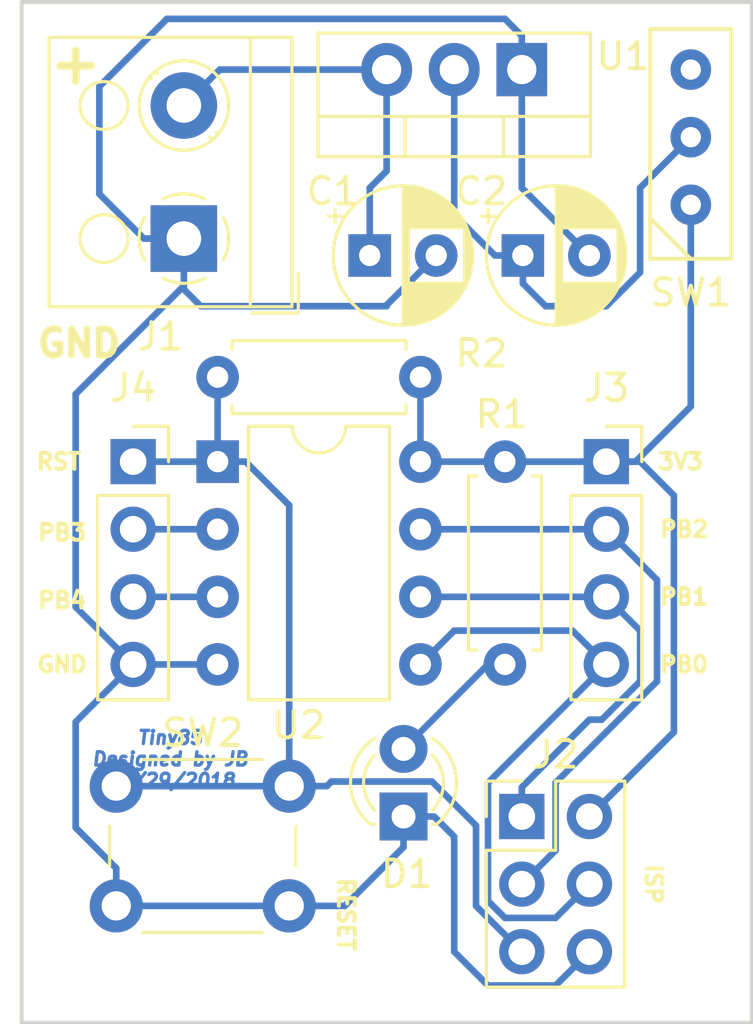
<source format=kicad_pcb>
(kicad_pcb (version 20171130) (host pcbnew "(5.0.1-3-g963ef8bb5)")

  (general
    (thickness 1.6)
    (drawings 17)
    (tracks 99)
    (zones 0)
    (modules 13)
    (nets 13)
  )

  (page A4)
  (layers
    (0 F.Cu signal)
    (31 B.Cu signal)
    (32 B.Adhes user)
    (33 F.Adhes user)
    (34 B.Paste user)
    (35 F.Paste user)
    (36 B.SilkS user)
    (37 F.SilkS user)
    (38 B.Mask user)
    (39 F.Mask user)
    (40 Dwgs.User user)
    (41 Cmts.User user)
    (42 Eco1.User user)
    (43 Eco2.User user)
    (44 Edge.Cuts user)
    (45 Margin user)
    (46 B.CrtYd user)
    (47 F.CrtYd user)
    (48 B.Fab user)
    (49 F.Fab user hide)
  )

  (setup
    (last_trace_width 0.25)
    (trace_clearance 0.2)
    (zone_clearance 0.508)
    (zone_45_only no)
    (trace_min 0.2)
    (segment_width 0.2)
    (edge_width 0.15)
    (via_size 0.8)
    (via_drill 0.4)
    (via_min_size 0.4)
    (via_min_drill 0.3)
    (uvia_size 0.3)
    (uvia_drill 0.1)
    (uvias_allowed no)
    (uvia_min_size 0.2)
    (uvia_min_drill 0.1)
    (pcb_text_width 0.3)
    (pcb_text_size 1.5 1.5)
    (mod_edge_width 0.15)
    (mod_text_size 1 1)
    (mod_text_width 0.15)
    (pad_size 1.524 1.524)
    (pad_drill 0.762)
    (pad_to_mask_clearance 0.051)
    (solder_mask_min_width 0.25)
    (aux_axis_origin 0 0)
    (visible_elements FFFFFF7F)
    (pcbplotparams
      (layerselection 0x01000_fffffffe)
      (usegerberextensions false)
      (usegerberattributes false)
      (usegerberadvancedattributes false)
      (creategerberjobfile false)
      (excludeedgelayer true)
      (linewidth 0.100000)
      (plotframeref false)
      (viasonmask false)
      (mode 1)
      (useauxorigin false)
      (hpglpennumber 1)
      (hpglpenspeed 20)
      (hpglpendiameter 15.000000)
      (psnegative false)
      (psa4output false)
      (plotreference true)
      (plotvalue true)
      (plotinvisibletext false)
      (padsonsilk false)
      (subtractmaskfromsilk false)
      (outputformat 5)
      (mirror true)
      (drillshape 2)
      (scaleselection 1)
      (outputdirectory "Fabrication/"))
  )

  (net 0 "")
  (net 1 +3V3)
  (net 2 "Net-(C2-Pad1)")
  (net 3 "Net-(SW1-Pad3)")
  (net 4 GNDPWR)
  (net 5 "Net-(C1-Pad1)")
  (net 6 /RESET)
  (net 7 /MOSI)
  (net 8 "Net-(J4-Pad2)")
  (net 9 /MISO)
  (net 10 "Net-(J4-Pad3)")
  (net 11 /SCK)
  (net 12 "Net-(D1-Pad2)")

  (net_class Default "This is the default net class."
    (clearance 0.2)
    (trace_width 0.25)
    (via_dia 0.8)
    (via_drill 0.4)
    (uvia_dia 0.3)
    (uvia_drill 0.1)
    (add_net +3V3)
    (add_net /MISO)
    (add_net /MOSI)
    (add_net /RESET)
    (add_net /SCK)
    (add_net GNDPWR)
    (add_net "Net-(C1-Pad1)")
    (add_net "Net-(C2-Pad1)")
    (add_net "Net-(D1-Pad2)")
    (add_net "Net-(J4-Pad2)")
    (add_net "Net-(J4-Pad3)")
    (add_net "Net-(SW1-Pad3)")
  )

  (module LED_THT:LED_D3.0mm (layer F.Cu) (tedit 587A3A7B) (tstamp 5C344205)
    (at 177.419 121.031 90)
    (descr "LED, diameter 3.0mm, 2 pins")
    (tags "LED diameter 3.0mm 2 pins")
    (path /5C26ED0F)
    (fp_text reference D1 (at -2.159 0.127 180) (layer F.SilkS)
      (effects (font (size 1 1) (thickness 0.15)))
    )
    (fp_text value LED (at 1.27 2.96 90) (layer F.Fab)
      (effects (font (size 1 1) (thickness 0.15)))
    )
    (fp_arc (start 1.27 0) (end -0.23 -1.16619) (angle 284.3) (layer F.Fab) (width 0.1))
    (fp_arc (start 1.27 0) (end -0.29 -1.235516) (angle 108.8) (layer F.SilkS) (width 0.12))
    (fp_arc (start 1.27 0) (end -0.29 1.235516) (angle -108.8) (layer F.SilkS) (width 0.12))
    (fp_arc (start 1.27 0) (end 0.229039 -1.08) (angle 87.9) (layer F.SilkS) (width 0.12))
    (fp_arc (start 1.27 0) (end 0.229039 1.08) (angle -87.9) (layer F.SilkS) (width 0.12))
    (fp_circle (center 1.27 0) (end 2.77 0) (layer F.Fab) (width 0.1))
    (fp_line (start -0.23 -1.16619) (end -0.23 1.16619) (layer F.Fab) (width 0.1))
    (fp_line (start -0.29 -1.236) (end -0.29 -1.08) (layer F.SilkS) (width 0.12))
    (fp_line (start -0.29 1.08) (end -0.29 1.236) (layer F.SilkS) (width 0.12))
    (fp_line (start -1.15 -2.25) (end -1.15 2.25) (layer F.CrtYd) (width 0.05))
    (fp_line (start -1.15 2.25) (end 3.7 2.25) (layer F.CrtYd) (width 0.05))
    (fp_line (start 3.7 2.25) (end 3.7 -2.25) (layer F.CrtYd) (width 0.05))
    (fp_line (start 3.7 -2.25) (end -1.15 -2.25) (layer F.CrtYd) (width 0.05))
    (pad 1 thru_hole rect (at 0 0 90) (size 1.8 1.8) (drill 0.9) (layers *.Cu *.Mask)
      (net 4 GNDPWR))
    (pad 2 thru_hole circle (at 2.54 0 90) (size 1.8 1.8) (drill 0.9) (layers *.Cu *.Mask)
      (net 12 "Net-(D1-Pad2)"))
    (model ${KISYS3DMOD}/LED_THT.3dshapes/LED_D3.0mm.wrl
      (at (xyz 0 0 0))
      (scale (xyz 1 1 1))
      (rotate (xyz 0 0 0))
    )
  )

  (module Tiny85Components:SPDT_Mini_8MML_3MMW (layer F.Cu) (tedit 5C2748BD) (tstamp 5C344162)
    (at 188.214 98.044 90)
    (path /5C288953)
    (fp_text reference SW1 (at -3.302 0 180) (layer F.SilkS)
      (effects (font (size 1 1) (thickness 0.15)))
    )
    (fp_text value SW_SPDT (at 0 -0.5 90) (layer F.Fab)
      (effects (font (size 1 1) (thickness 0.15)))
    )
    (fp_line (start -2.159 1.651) (end -2.159 -1.651) (layer F.CrtYd) (width 0.05))
    (fp_line (start 6.731 1.651) (end -2.159 1.651) (layer F.CrtYd) (width 0.05))
    (fp_line (start 6.731 -1.651) (end 6.731 1.651) (layer F.CrtYd) (width 0.05))
    (fp_line (start -2.159 -1.651) (end 6.731 -1.651) (layer F.CrtYd) (width 0.05))
    (fp_line (start -2.032 0) (end -0.508 -1.524) (layer F.SilkS) (width 0.15))
    (fp_line (start 6.604 -1.524) (end -2.032 -1.524) (layer F.SilkS) (width 0.15))
    (fp_line (start 6.604 1.524) (end 6.604 -1.524) (layer F.SilkS) (width 0.15))
    (fp_line (start -2.032 1.524) (end 6.604 1.524) (layer F.SilkS) (width 0.15))
    (fp_line (start -2.032 -1.524) (end -2.032 1.524) (layer F.SilkS) (width 0.15))
    (pad 3 thru_hole circle (at 5.08 0 90) (size 1.524 1.524) (drill 0.762) (layers *.Cu *.Mask)
      (net 3 "Net-(SW1-Pad3)"))
    (pad 2 thru_hole circle (at 2.54 0 90) (size 1.524 1.524) (drill 0.762) (layers *.Cu *.Mask)
      (net 2 "Net-(C2-Pad1)"))
    (pad 1 thru_hole circle (at 0 0 90) (size 1.524 1.524) (drill 0.762) (layers *.Cu *.Mask)
      (net 1 +3V3))
  )

  (module Connector_PinSocket_2.54mm:PinSocket_1x04_P2.54mm_Vertical (layer F.Cu) (tedit 5A19A429) (tstamp 5C34421D)
    (at 185.039 107.696)
    (descr "Through hole straight socket strip, 1x04, 2.54mm pitch, single row (from Kicad 4.0.7), script generated")
    (tags "Through hole socket strip THT 1x04 2.54mm single row")
    (path /5C278BFA)
    (fp_text reference J3 (at 0 -2.77) (layer F.SilkS)
      (effects (font (size 1 1) (thickness 0.15)))
    )
    (fp_text value Conn_01x04_Female (at 0 10.39) (layer F.Fab)
      (effects (font (size 1 1) (thickness 0.15)))
    )
    (fp_line (start -1.27 -1.27) (end 0.635 -1.27) (layer F.Fab) (width 0.1))
    (fp_line (start 0.635 -1.27) (end 1.27 -0.635) (layer F.Fab) (width 0.1))
    (fp_line (start 1.27 -0.635) (end 1.27 8.89) (layer F.Fab) (width 0.1))
    (fp_line (start 1.27 8.89) (end -1.27 8.89) (layer F.Fab) (width 0.1))
    (fp_line (start -1.27 8.89) (end -1.27 -1.27) (layer F.Fab) (width 0.1))
    (fp_line (start -1.33 1.27) (end 1.33 1.27) (layer F.SilkS) (width 0.12))
    (fp_line (start -1.33 1.27) (end -1.33 8.95) (layer F.SilkS) (width 0.12))
    (fp_line (start -1.33 8.95) (end 1.33 8.95) (layer F.SilkS) (width 0.12))
    (fp_line (start 1.33 1.27) (end 1.33 8.95) (layer F.SilkS) (width 0.12))
    (fp_line (start 1.33 -1.33) (end 1.33 0) (layer F.SilkS) (width 0.12))
    (fp_line (start 0 -1.33) (end 1.33 -1.33) (layer F.SilkS) (width 0.12))
    (fp_line (start -1.8 -1.8) (end 1.75 -1.8) (layer F.CrtYd) (width 0.05))
    (fp_line (start 1.75 -1.8) (end 1.75 9.4) (layer F.CrtYd) (width 0.05))
    (fp_line (start 1.75 9.4) (end -1.8 9.4) (layer F.CrtYd) (width 0.05))
    (fp_line (start -1.8 9.4) (end -1.8 -1.8) (layer F.CrtYd) (width 0.05))
    (fp_text user %R (at 0 3.81 90) (layer F.Fab)
      (effects (font (size 1 1) (thickness 0.15)))
    )
    (pad 1 thru_hole rect (at 0 0) (size 1.7 1.7) (drill 1) (layers *.Cu *.Mask)
      (net 1 +3V3))
    (pad 2 thru_hole oval (at 0 2.54) (size 1.7 1.7) (drill 1) (layers *.Cu *.Mask)
      (net 11 /SCK))
    (pad 3 thru_hole oval (at 0 5.08) (size 1.7 1.7) (drill 1) (layers *.Cu *.Mask)
      (net 9 /MISO))
    (pad 4 thru_hole oval (at 0 7.62) (size 1.7 1.7) (drill 1) (layers *.Cu *.Mask)
      (net 7 /MOSI))
    (model ${KISYS3DMOD}/Connector_PinSocket_2.54mm.3dshapes/PinSocket_1x04_P2.54mm_Vertical.wrl
      (at (xyz 0 0 0))
      (scale (xyz 1 1 1))
      (rotate (xyz 0 0 0))
    )
  )

  (module Resistor_THT:R_Axial_DIN0207_L6.3mm_D2.5mm_P7.62mm_Horizontal (layer F.Cu) (tedit 5AE5139B) (tstamp 5C348882)
    (at 170.434 104.521)
    (descr "Resistor, Axial_DIN0207 series, Axial, Horizontal, pin pitch=7.62mm, 0.25W = 1/4W, length*diameter=6.3*2.5mm^2, http://cdn-reichelt.de/documents/datenblatt/B400/1_4W%23YAG.pdf")
    (tags "Resistor Axial_DIN0207 series Axial Horizontal pin pitch 7.62mm 0.25W = 1/4W length 6.3mm diameter 2.5mm")
    (path /5C26FD50)
    (fp_text reference R2 (at 9.906 -0.889) (layer F.SilkS)
      (effects (font (size 1 1) (thickness 0.15)))
    )
    (fp_text value 10k (at 3.81 2.37) (layer F.Fab)
      (effects (font (size 1 1) (thickness 0.15)))
    )
    (fp_text user %R (at 3.81 0) (layer F.Fab)
      (effects (font (size 1 1) (thickness 0.15)))
    )
    (fp_line (start 8.67 -1.5) (end -1.05 -1.5) (layer F.CrtYd) (width 0.05))
    (fp_line (start 8.67 1.5) (end 8.67 -1.5) (layer F.CrtYd) (width 0.05))
    (fp_line (start -1.05 1.5) (end 8.67 1.5) (layer F.CrtYd) (width 0.05))
    (fp_line (start -1.05 -1.5) (end -1.05 1.5) (layer F.CrtYd) (width 0.05))
    (fp_line (start 7.08 1.37) (end 7.08 1.04) (layer F.SilkS) (width 0.12))
    (fp_line (start 0.54 1.37) (end 7.08 1.37) (layer F.SilkS) (width 0.12))
    (fp_line (start 0.54 1.04) (end 0.54 1.37) (layer F.SilkS) (width 0.12))
    (fp_line (start 7.08 -1.37) (end 7.08 -1.04) (layer F.SilkS) (width 0.12))
    (fp_line (start 0.54 -1.37) (end 7.08 -1.37) (layer F.SilkS) (width 0.12))
    (fp_line (start 0.54 -1.04) (end 0.54 -1.37) (layer F.SilkS) (width 0.12))
    (fp_line (start 7.62 0) (end 6.96 0) (layer F.Fab) (width 0.1))
    (fp_line (start 0 0) (end 0.66 0) (layer F.Fab) (width 0.1))
    (fp_line (start 6.96 -1.25) (end 0.66 -1.25) (layer F.Fab) (width 0.1))
    (fp_line (start 6.96 1.25) (end 6.96 -1.25) (layer F.Fab) (width 0.1))
    (fp_line (start 0.66 1.25) (end 6.96 1.25) (layer F.Fab) (width 0.1))
    (fp_line (start 0.66 -1.25) (end 0.66 1.25) (layer F.Fab) (width 0.1))
    (pad 2 thru_hole oval (at 7.62 0) (size 1.6 1.6) (drill 0.8) (layers *.Cu *.Mask)
      (net 1 +3V3))
    (pad 1 thru_hole circle (at 0 0) (size 1.6 1.6) (drill 0.8) (layers *.Cu *.Mask)
      (net 6 /RESET))
    (model ${KISYS3DMOD}/Resistor_THT.3dshapes/R_Axial_DIN0207_L6.3mm_D2.5mm_P7.62mm_Horizontal.wrl
      (at (xyz 0 0 0))
      (scale (xyz 1 1 1))
      (rotate (xyz 0 0 0))
    )
  )

  (module Button_Switch_THT:SW_PUSH_6mm_H5mm (layer F.Cu) (tedit 5A02FE31) (tstamp 5C2D14AE)
    (at 166.624 119.888)
    (descr "tactile push button, 6x6mm e.g. PHAP33xx series, height=5mm")
    (tags "tact sw push 6mm")
    (path /5C2702B4)
    (fp_text reference SW2 (at 3.25 -2) (layer F.SilkS)
      (effects (font (size 1 1) (thickness 0.15)))
    )
    (fp_text value Reset (at 3.75 6.7) (layer F.Fab)
      (effects (font (size 1 1) (thickness 0.15)))
    )
    (fp_text user %R (at 3.25 2.25) (layer F.Fab)
      (effects (font (size 1 1) (thickness 0.15)))
    )
    (fp_line (start 3.25 -0.75) (end 6.25 -0.75) (layer F.Fab) (width 0.1))
    (fp_line (start 6.25 -0.75) (end 6.25 5.25) (layer F.Fab) (width 0.1))
    (fp_line (start 6.25 5.25) (end 0.25 5.25) (layer F.Fab) (width 0.1))
    (fp_line (start 0.25 5.25) (end 0.25 -0.75) (layer F.Fab) (width 0.1))
    (fp_line (start 0.25 -0.75) (end 3.25 -0.75) (layer F.Fab) (width 0.1))
    (fp_line (start 7.75 6) (end 8 6) (layer F.CrtYd) (width 0.05))
    (fp_line (start 8 6) (end 8 5.75) (layer F.CrtYd) (width 0.05))
    (fp_line (start 7.75 -1.5) (end 8 -1.5) (layer F.CrtYd) (width 0.05))
    (fp_line (start 8 -1.5) (end 8 -1.25) (layer F.CrtYd) (width 0.05))
    (fp_line (start -1.5 -1.25) (end -1.5 -1.5) (layer F.CrtYd) (width 0.05))
    (fp_line (start -1.5 -1.5) (end -1.25 -1.5) (layer F.CrtYd) (width 0.05))
    (fp_line (start -1.5 5.75) (end -1.5 6) (layer F.CrtYd) (width 0.05))
    (fp_line (start -1.5 6) (end -1.25 6) (layer F.CrtYd) (width 0.05))
    (fp_line (start -1.25 -1.5) (end 7.75 -1.5) (layer F.CrtYd) (width 0.05))
    (fp_line (start -1.5 5.75) (end -1.5 -1.25) (layer F.CrtYd) (width 0.05))
    (fp_line (start 7.75 6) (end -1.25 6) (layer F.CrtYd) (width 0.05))
    (fp_line (start 8 -1.25) (end 8 5.75) (layer F.CrtYd) (width 0.05))
    (fp_line (start 1 5.5) (end 5.5 5.5) (layer F.SilkS) (width 0.12))
    (fp_line (start -0.25 1.5) (end -0.25 3) (layer F.SilkS) (width 0.12))
    (fp_line (start 5.5 -1) (end 1 -1) (layer F.SilkS) (width 0.12))
    (fp_line (start 6.75 3) (end 6.75 1.5) (layer F.SilkS) (width 0.12))
    (fp_circle (center 3.25 2.25) (end 1.25 2.5) (layer F.Fab) (width 0.1))
    (pad 2 thru_hole circle (at 0 4.5 90) (size 2 2) (drill 1.1) (layers *.Cu *.Mask)
      (net 4 GNDPWR))
    (pad 1 thru_hole circle (at 0 0 90) (size 2 2) (drill 1.1) (layers *.Cu *.Mask)
      (net 6 /RESET))
    (pad 2 thru_hole circle (at 6.5 4.5 90) (size 2 2) (drill 1.1) (layers *.Cu *.Mask)
      (net 4 GNDPWR))
    (pad 1 thru_hole circle (at 6.5 0 90) (size 2 2) (drill 1.1) (layers *.Cu *.Mask)
      (net 6 /RESET))
    (model ${KISYS3DMOD}/Button_Switch_THT.3dshapes/SW_PUSH_6mm_H5mm.wrl
      (at (xyz 0 0 0))
      (scale (xyz 1 1 1))
      (rotate (xyz 0 0 0))
    )
  )

  (module Capacitor_THT:CP_Radial_D5.0mm_P2.50mm (layer F.Cu) (tedit 5C27553F) (tstamp 5C344FBA)
    (at 181.904 99.949)
    (descr "CP, Radial series, Radial, pin pitch=2.50mm, , diameter=5mm, Electrolytic Capacitor")
    (tags "CP Radial series Radial pin pitch 2.50mm  diameter 5mm Electrolytic Capacitor")
    (path /5C26E526)
    (fp_text reference C2 (at -1.564 -2.413 180) (layer F.SilkS)
      (effects (font (size 1 1) (thickness 0.15)))
    )
    (fp_text value 10uF (at 1.25 3.75) (layer F.Fab)
      (effects (font (size 1 1) (thickness 0.15)))
    )
    (fp_text user %R (at 1.25 0) (layer F.Fab)
      (effects (font (size 1 1) (thickness 0.15)))
    )
    (fp_line (start -1.304775 -1.725) (end -1.304775 -1.225) (layer F.SilkS) (width 0.12))
    (fp_line (start -1.554775 -1.475) (end -1.054775 -1.475) (layer F.SilkS) (width 0.12))
    (fp_line (start 3.851 -0.284) (end 3.851 0.284) (layer F.SilkS) (width 0.12))
    (fp_line (start 3.811 -0.518) (end 3.811 0.518) (layer F.SilkS) (width 0.12))
    (fp_line (start 3.771 -0.677) (end 3.771 0.677) (layer F.SilkS) (width 0.12))
    (fp_line (start 3.731 -0.805) (end 3.731 0.805) (layer F.SilkS) (width 0.12))
    (fp_line (start 3.691 -0.915) (end 3.691 0.915) (layer F.SilkS) (width 0.12))
    (fp_line (start 3.651 -1.011) (end 3.651 1.011) (layer F.SilkS) (width 0.12))
    (fp_line (start 3.611 -1.098) (end 3.611 1.098) (layer F.SilkS) (width 0.12))
    (fp_line (start 3.571 -1.178) (end 3.571 1.178) (layer F.SilkS) (width 0.12))
    (fp_line (start 3.531 1.04) (end 3.531 1.251) (layer F.SilkS) (width 0.12))
    (fp_line (start 3.531 -1.251) (end 3.531 -1.04) (layer F.SilkS) (width 0.12))
    (fp_line (start 3.491 1.04) (end 3.491 1.319) (layer F.SilkS) (width 0.12))
    (fp_line (start 3.491 -1.319) (end 3.491 -1.04) (layer F.SilkS) (width 0.12))
    (fp_line (start 3.451 1.04) (end 3.451 1.383) (layer F.SilkS) (width 0.12))
    (fp_line (start 3.451 -1.383) (end 3.451 -1.04) (layer F.SilkS) (width 0.12))
    (fp_line (start 3.411 1.04) (end 3.411 1.443) (layer F.SilkS) (width 0.12))
    (fp_line (start 3.411 -1.443) (end 3.411 -1.04) (layer F.SilkS) (width 0.12))
    (fp_line (start 3.371 1.04) (end 3.371 1.5) (layer F.SilkS) (width 0.12))
    (fp_line (start 3.371 -1.5) (end 3.371 -1.04) (layer F.SilkS) (width 0.12))
    (fp_line (start 3.331 1.04) (end 3.331 1.554) (layer F.SilkS) (width 0.12))
    (fp_line (start 3.331 -1.554) (end 3.331 -1.04) (layer F.SilkS) (width 0.12))
    (fp_line (start 3.291 1.04) (end 3.291 1.605) (layer F.SilkS) (width 0.12))
    (fp_line (start 3.291 -1.605) (end 3.291 -1.04) (layer F.SilkS) (width 0.12))
    (fp_line (start 3.251 1.04) (end 3.251 1.653) (layer F.SilkS) (width 0.12))
    (fp_line (start 3.251 -1.653) (end 3.251 -1.04) (layer F.SilkS) (width 0.12))
    (fp_line (start 3.211 1.04) (end 3.211 1.699) (layer F.SilkS) (width 0.12))
    (fp_line (start 3.211 -1.699) (end 3.211 -1.04) (layer F.SilkS) (width 0.12))
    (fp_line (start 3.171 1.04) (end 3.171 1.743) (layer F.SilkS) (width 0.12))
    (fp_line (start 3.171 -1.743) (end 3.171 -1.04) (layer F.SilkS) (width 0.12))
    (fp_line (start 3.131 1.04) (end 3.131 1.785) (layer F.SilkS) (width 0.12))
    (fp_line (start 3.131 -1.785) (end 3.131 -1.04) (layer F.SilkS) (width 0.12))
    (fp_line (start 3.091 1.04) (end 3.091 1.826) (layer F.SilkS) (width 0.12))
    (fp_line (start 3.091 -1.826) (end 3.091 -1.04) (layer F.SilkS) (width 0.12))
    (fp_line (start 3.051 1.04) (end 3.051 1.864) (layer F.SilkS) (width 0.12))
    (fp_line (start 3.051 -1.864) (end 3.051 -1.04) (layer F.SilkS) (width 0.12))
    (fp_line (start 3.011 1.04) (end 3.011 1.901) (layer F.SilkS) (width 0.12))
    (fp_line (start 3.011 -1.901) (end 3.011 -1.04) (layer F.SilkS) (width 0.12))
    (fp_line (start 2.971 1.04) (end 2.971 1.937) (layer F.SilkS) (width 0.12))
    (fp_line (start 2.971 -1.937) (end 2.971 -1.04) (layer F.SilkS) (width 0.12))
    (fp_line (start 2.931 1.04) (end 2.931 1.971) (layer F.SilkS) (width 0.12))
    (fp_line (start 2.931 -1.971) (end 2.931 -1.04) (layer F.SilkS) (width 0.12))
    (fp_line (start 2.891 1.04) (end 2.891 2.004) (layer F.SilkS) (width 0.12))
    (fp_line (start 2.891 -2.004) (end 2.891 -1.04) (layer F.SilkS) (width 0.12))
    (fp_line (start 2.851 1.04) (end 2.851 2.035) (layer F.SilkS) (width 0.12))
    (fp_line (start 2.851 -2.035) (end 2.851 -1.04) (layer F.SilkS) (width 0.12))
    (fp_line (start 2.811 1.04) (end 2.811 2.065) (layer F.SilkS) (width 0.12))
    (fp_line (start 2.811 -2.065) (end 2.811 -1.04) (layer F.SilkS) (width 0.12))
    (fp_line (start 2.771 1.04) (end 2.771 2.095) (layer F.SilkS) (width 0.12))
    (fp_line (start 2.771 -2.095) (end 2.771 -1.04) (layer F.SilkS) (width 0.12))
    (fp_line (start 2.731 1.04) (end 2.731 2.122) (layer F.SilkS) (width 0.12))
    (fp_line (start 2.731 -2.122) (end 2.731 -1.04) (layer F.SilkS) (width 0.12))
    (fp_line (start 2.691 1.04) (end 2.691 2.149) (layer F.SilkS) (width 0.12))
    (fp_line (start 2.691 -2.149) (end 2.691 -1.04) (layer F.SilkS) (width 0.12))
    (fp_line (start 2.651 1.04) (end 2.651 2.175) (layer F.SilkS) (width 0.12))
    (fp_line (start 2.651 -2.175) (end 2.651 -1.04) (layer F.SilkS) (width 0.12))
    (fp_line (start 2.611 1.04) (end 2.611 2.2) (layer F.SilkS) (width 0.12))
    (fp_line (start 2.611 -2.2) (end 2.611 -1.04) (layer F.SilkS) (width 0.12))
    (fp_line (start 2.571 1.04) (end 2.571 2.224) (layer F.SilkS) (width 0.12))
    (fp_line (start 2.571 -2.224) (end 2.571 -1.04) (layer F.SilkS) (width 0.12))
    (fp_line (start 2.531 1.04) (end 2.531 2.247) (layer F.SilkS) (width 0.12))
    (fp_line (start 2.531 -2.247) (end 2.531 -1.04) (layer F.SilkS) (width 0.12))
    (fp_line (start 2.491 1.04) (end 2.491 2.268) (layer F.SilkS) (width 0.12))
    (fp_line (start 2.491 -2.268) (end 2.491 -1.04) (layer F.SilkS) (width 0.12))
    (fp_line (start 2.451 1.04) (end 2.451 2.29) (layer F.SilkS) (width 0.12))
    (fp_line (start 2.451 -2.29) (end 2.451 -1.04) (layer F.SilkS) (width 0.12))
    (fp_line (start 2.411 1.04) (end 2.411 2.31) (layer F.SilkS) (width 0.12))
    (fp_line (start 2.411 -2.31) (end 2.411 -1.04) (layer F.SilkS) (width 0.12))
    (fp_line (start 2.371 1.04) (end 2.371 2.329) (layer F.SilkS) (width 0.12))
    (fp_line (start 2.371 -2.329) (end 2.371 -1.04) (layer F.SilkS) (width 0.12))
    (fp_line (start 2.331 1.04) (end 2.331 2.348) (layer F.SilkS) (width 0.12))
    (fp_line (start 2.331 -2.348) (end 2.331 -1.04) (layer F.SilkS) (width 0.12))
    (fp_line (start 2.291 1.04) (end 2.291 2.365) (layer F.SilkS) (width 0.12))
    (fp_line (start 2.291 -2.365) (end 2.291 -1.04) (layer F.SilkS) (width 0.12))
    (fp_line (start 2.251 1.04) (end 2.251 2.382) (layer F.SilkS) (width 0.12))
    (fp_line (start 2.251 -2.382) (end 2.251 -1.04) (layer F.SilkS) (width 0.12))
    (fp_line (start 2.211 1.04) (end 2.211 2.398) (layer F.SilkS) (width 0.12))
    (fp_line (start 2.211 -2.398) (end 2.211 -1.04) (layer F.SilkS) (width 0.12))
    (fp_line (start 2.171 1.04) (end 2.171 2.414) (layer F.SilkS) (width 0.12))
    (fp_line (start 2.171 -2.414) (end 2.171 -1.04) (layer F.SilkS) (width 0.12))
    (fp_line (start 2.131 1.04) (end 2.131 2.428) (layer F.SilkS) (width 0.12))
    (fp_line (start 2.131 -2.428) (end 2.131 -1.04) (layer F.SilkS) (width 0.12))
    (fp_line (start 2.091 1.04) (end 2.091 2.442) (layer F.SilkS) (width 0.12))
    (fp_line (start 2.091 -2.442) (end 2.091 -1.04) (layer F.SilkS) (width 0.12))
    (fp_line (start 2.051 1.04) (end 2.051 2.455) (layer F.SilkS) (width 0.12))
    (fp_line (start 2.051 -2.455) (end 2.051 -1.04) (layer F.SilkS) (width 0.12))
    (fp_line (start 2.011 1.04) (end 2.011 2.468) (layer F.SilkS) (width 0.12))
    (fp_line (start 2.011 -2.468) (end 2.011 -1.04) (layer F.SilkS) (width 0.12))
    (fp_line (start 1.971 1.04) (end 1.971 2.48) (layer F.SilkS) (width 0.12))
    (fp_line (start 1.971 -2.48) (end 1.971 -1.04) (layer F.SilkS) (width 0.12))
    (fp_line (start 1.93 1.04) (end 1.93 2.491) (layer F.SilkS) (width 0.12))
    (fp_line (start 1.93 -2.491) (end 1.93 -1.04) (layer F.SilkS) (width 0.12))
    (fp_line (start 1.89 1.04) (end 1.89 2.501) (layer F.SilkS) (width 0.12))
    (fp_line (start 1.89 -2.501) (end 1.89 -1.04) (layer F.SilkS) (width 0.12))
    (fp_line (start 1.85 1.04) (end 1.85 2.511) (layer F.SilkS) (width 0.12))
    (fp_line (start 1.85 -2.511) (end 1.85 -1.04) (layer F.SilkS) (width 0.12))
    (fp_line (start 1.81 1.04) (end 1.81 2.52) (layer F.SilkS) (width 0.12))
    (fp_line (start 1.81 -2.52) (end 1.81 -1.04) (layer F.SilkS) (width 0.12))
    (fp_line (start 1.77 1.04) (end 1.77 2.528) (layer F.SilkS) (width 0.12))
    (fp_line (start 1.77 -2.528) (end 1.77 -1.04) (layer F.SilkS) (width 0.12))
    (fp_line (start 1.73 1.04) (end 1.73 2.536) (layer F.SilkS) (width 0.12))
    (fp_line (start 1.73 -2.536) (end 1.73 -1.04) (layer F.SilkS) (width 0.12))
    (fp_line (start 1.69 1.04) (end 1.69 2.543) (layer F.SilkS) (width 0.12))
    (fp_line (start 1.69 -2.543) (end 1.69 -1.04) (layer F.SilkS) (width 0.12))
    (fp_line (start 1.65 1.04) (end 1.65 2.55) (layer F.SilkS) (width 0.12))
    (fp_line (start 1.65 -2.55) (end 1.65 -1.04) (layer F.SilkS) (width 0.12))
    (fp_line (start 1.61 1.04) (end 1.61 2.556) (layer F.SilkS) (width 0.12))
    (fp_line (start 1.61 -2.556) (end 1.61 -1.04) (layer F.SilkS) (width 0.12))
    (fp_line (start 1.57 1.04) (end 1.57 2.561) (layer F.SilkS) (width 0.12))
    (fp_line (start 1.57 -2.561) (end 1.57 -1.04) (layer F.SilkS) (width 0.12))
    (fp_line (start 1.53 1.04) (end 1.53 2.565) (layer F.SilkS) (width 0.12))
    (fp_line (start 1.53 -2.565) (end 1.53 -1.04) (layer F.SilkS) (width 0.12))
    (fp_line (start 1.49 1.04) (end 1.49 2.569) (layer F.SilkS) (width 0.12))
    (fp_line (start 1.49 -2.569) (end 1.49 -1.04) (layer F.SilkS) (width 0.12))
    (fp_line (start 1.45 -2.573) (end 1.45 2.573) (layer F.SilkS) (width 0.12))
    (fp_line (start 1.41 -2.576) (end 1.41 2.576) (layer F.SilkS) (width 0.12))
    (fp_line (start 1.37 -2.578) (end 1.37 2.578) (layer F.SilkS) (width 0.12))
    (fp_line (start 1.33 -2.579) (end 1.33 2.579) (layer F.SilkS) (width 0.12))
    (fp_line (start 1.29 -2.58) (end 1.29 2.58) (layer F.SilkS) (width 0.12))
    (fp_line (start 1.25 -2.58) (end 1.25 2.58) (layer F.SilkS) (width 0.12))
    (fp_line (start -0.633605 -1.3375) (end -0.633605 -0.8375) (layer F.Fab) (width 0.1))
    (fp_line (start -0.883605 -1.0875) (end -0.383605 -1.0875) (layer F.Fab) (width 0.1))
    (fp_circle (center 1.25 0) (end 4 0) (layer F.CrtYd) (width 0.05))
    (fp_circle (center 1.25 0) (end 3.87 0) (layer F.SilkS) (width 0.12))
    (fp_circle (center 1.25 0) (end 3.75 0) (layer F.Fab) (width 0.1))
    (pad 2 thru_hole circle (at 2.5 0) (size 1.6 1.6) (drill 0.8) (layers *.Cu *.Mask)
      (net 4 GNDPWR))
    (pad 1 thru_hole rect (at 0 0) (size 1.6 1.6) (drill 0.8) (layers *.Cu *.Mask)
      (net 2 "Net-(C2-Pad1)"))
    (model ${KISYS3DMOD}/Capacitor_THT.3dshapes/CP_Radial_D5.0mm_P2.50mm.wrl
      (at (xyz 0 0 0))
      (scale (xyz 1 1 1))
      (rotate (xyz 0 0 0))
    )
  )

  (module Capacitor_THT:CP_Radial_D5.0mm_P2.50mm (layer F.Cu) (tedit 5C2746A9) (tstamp 5C3442D5)
    (at 176.149 99.949)
    (descr "CP, Radial series, Radial, pin pitch=2.50mm, , diameter=5mm, Electrolytic Capacitor")
    (tags "CP Radial series Radial pin pitch 2.50mm  diameter 5mm Electrolytic Capacitor")
    (path /5C26E4E2)
    (fp_text reference C1 (at -1.397 -2.413 180) (layer F.SilkS)
      (effects (font (size 1 1) (thickness 0.15)))
    )
    (fp_text value 10uF (at 1.25 3.75) (layer F.Fab)
      (effects (font (size 1 1) (thickness 0.15)))
    )
    (fp_circle (center 1.25 0) (end 3.75 0) (layer F.Fab) (width 0.1))
    (fp_circle (center 1.25 0) (end 3.87 0) (layer F.SilkS) (width 0.12))
    (fp_circle (center 1.25 0) (end 4 0) (layer F.CrtYd) (width 0.05))
    (fp_line (start -0.883605 -1.0875) (end -0.383605 -1.0875) (layer F.Fab) (width 0.1))
    (fp_line (start -0.633605 -1.3375) (end -0.633605 -0.8375) (layer F.Fab) (width 0.1))
    (fp_line (start 1.25 -2.58) (end 1.25 2.58) (layer F.SilkS) (width 0.12))
    (fp_line (start 1.29 -2.58) (end 1.29 2.58) (layer F.SilkS) (width 0.12))
    (fp_line (start 1.33 -2.579) (end 1.33 2.579) (layer F.SilkS) (width 0.12))
    (fp_line (start 1.37 -2.578) (end 1.37 2.578) (layer F.SilkS) (width 0.12))
    (fp_line (start 1.41 -2.576) (end 1.41 2.576) (layer F.SilkS) (width 0.12))
    (fp_line (start 1.45 -2.573) (end 1.45 2.573) (layer F.SilkS) (width 0.12))
    (fp_line (start 1.49 -2.569) (end 1.49 -1.04) (layer F.SilkS) (width 0.12))
    (fp_line (start 1.49 1.04) (end 1.49 2.569) (layer F.SilkS) (width 0.12))
    (fp_line (start 1.53 -2.565) (end 1.53 -1.04) (layer F.SilkS) (width 0.12))
    (fp_line (start 1.53 1.04) (end 1.53 2.565) (layer F.SilkS) (width 0.12))
    (fp_line (start 1.57 -2.561) (end 1.57 -1.04) (layer F.SilkS) (width 0.12))
    (fp_line (start 1.57 1.04) (end 1.57 2.561) (layer F.SilkS) (width 0.12))
    (fp_line (start 1.61 -2.556) (end 1.61 -1.04) (layer F.SilkS) (width 0.12))
    (fp_line (start 1.61 1.04) (end 1.61 2.556) (layer F.SilkS) (width 0.12))
    (fp_line (start 1.65 -2.55) (end 1.65 -1.04) (layer F.SilkS) (width 0.12))
    (fp_line (start 1.65 1.04) (end 1.65 2.55) (layer F.SilkS) (width 0.12))
    (fp_line (start 1.69 -2.543) (end 1.69 -1.04) (layer F.SilkS) (width 0.12))
    (fp_line (start 1.69 1.04) (end 1.69 2.543) (layer F.SilkS) (width 0.12))
    (fp_line (start 1.73 -2.536) (end 1.73 -1.04) (layer F.SilkS) (width 0.12))
    (fp_line (start 1.73 1.04) (end 1.73 2.536) (layer F.SilkS) (width 0.12))
    (fp_line (start 1.77 -2.528) (end 1.77 -1.04) (layer F.SilkS) (width 0.12))
    (fp_line (start 1.77 1.04) (end 1.77 2.528) (layer F.SilkS) (width 0.12))
    (fp_line (start 1.81 -2.52) (end 1.81 -1.04) (layer F.SilkS) (width 0.12))
    (fp_line (start 1.81 1.04) (end 1.81 2.52) (layer F.SilkS) (width 0.12))
    (fp_line (start 1.85 -2.511) (end 1.85 -1.04) (layer F.SilkS) (width 0.12))
    (fp_line (start 1.85 1.04) (end 1.85 2.511) (layer F.SilkS) (width 0.12))
    (fp_line (start 1.89 -2.501) (end 1.89 -1.04) (layer F.SilkS) (width 0.12))
    (fp_line (start 1.89 1.04) (end 1.89 2.501) (layer F.SilkS) (width 0.12))
    (fp_line (start 1.93 -2.491) (end 1.93 -1.04) (layer F.SilkS) (width 0.12))
    (fp_line (start 1.93 1.04) (end 1.93 2.491) (layer F.SilkS) (width 0.12))
    (fp_line (start 1.971 -2.48) (end 1.971 -1.04) (layer F.SilkS) (width 0.12))
    (fp_line (start 1.971 1.04) (end 1.971 2.48) (layer F.SilkS) (width 0.12))
    (fp_line (start 2.011 -2.468) (end 2.011 -1.04) (layer F.SilkS) (width 0.12))
    (fp_line (start 2.011 1.04) (end 2.011 2.468) (layer F.SilkS) (width 0.12))
    (fp_line (start 2.051 -2.455) (end 2.051 -1.04) (layer F.SilkS) (width 0.12))
    (fp_line (start 2.051 1.04) (end 2.051 2.455) (layer F.SilkS) (width 0.12))
    (fp_line (start 2.091 -2.442) (end 2.091 -1.04) (layer F.SilkS) (width 0.12))
    (fp_line (start 2.091 1.04) (end 2.091 2.442) (layer F.SilkS) (width 0.12))
    (fp_line (start 2.131 -2.428) (end 2.131 -1.04) (layer F.SilkS) (width 0.12))
    (fp_line (start 2.131 1.04) (end 2.131 2.428) (layer F.SilkS) (width 0.12))
    (fp_line (start 2.171 -2.414) (end 2.171 -1.04) (layer F.SilkS) (width 0.12))
    (fp_line (start 2.171 1.04) (end 2.171 2.414) (layer F.SilkS) (width 0.12))
    (fp_line (start 2.211 -2.398) (end 2.211 -1.04) (layer F.SilkS) (width 0.12))
    (fp_line (start 2.211 1.04) (end 2.211 2.398) (layer F.SilkS) (width 0.12))
    (fp_line (start 2.251 -2.382) (end 2.251 -1.04) (layer F.SilkS) (width 0.12))
    (fp_line (start 2.251 1.04) (end 2.251 2.382) (layer F.SilkS) (width 0.12))
    (fp_line (start 2.291 -2.365) (end 2.291 -1.04) (layer F.SilkS) (width 0.12))
    (fp_line (start 2.291 1.04) (end 2.291 2.365) (layer F.SilkS) (width 0.12))
    (fp_line (start 2.331 -2.348) (end 2.331 -1.04) (layer F.SilkS) (width 0.12))
    (fp_line (start 2.331 1.04) (end 2.331 2.348) (layer F.SilkS) (width 0.12))
    (fp_line (start 2.371 -2.329) (end 2.371 -1.04) (layer F.SilkS) (width 0.12))
    (fp_line (start 2.371 1.04) (end 2.371 2.329) (layer F.SilkS) (width 0.12))
    (fp_line (start 2.411 -2.31) (end 2.411 -1.04) (layer F.SilkS) (width 0.12))
    (fp_line (start 2.411 1.04) (end 2.411 2.31) (layer F.SilkS) (width 0.12))
    (fp_line (start 2.451 -2.29) (end 2.451 -1.04) (layer F.SilkS) (width 0.12))
    (fp_line (start 2.451 1.04) (end 2.451 2.29) (layer F.SilkS) (width 0.12))
    (fp_line (start 2.491 -2.268) (end 2.491 -1.04) (layer F.SilkS) (width 0.12))
    (fp_line (start 2.491 1.04) (end 2.491 2.268) (layer F.SilkS) (width 0.12))
    (fp_line (start 2.531 -2.247) (end 2.531 -1.04) (layer F.SilkS) (width 0.12))
    (fp_line (start 2.531 1.04) (end 2.531 2.247) (layer F.SilkS) (width 0.12))
    (fp_line (start 2.571 -2.224) (end 2.571 -1.04) (layer F.SilkS) (width 0.12))
    (fp_line (start 2.571 1.04) (end 2.571 2.224) (layer F.SilkS) (width 0.12))
    (fp_line (start 2.611 -2.2) (end 2.611 -1.04) (layer F.SilkS) (width 0.12))
    (fp_line (start 2.611 1.04) (end 2.611 2.2) (layer F.SilkS) (width 0.12))
    (fp_line (start 2.651 -2.175) (end 2.651 -1.04) (layer F.SilkS) (width 0.12))
    (fp_line (start 2.651 1.04) (end 2.651 2.175) (layer F.SilkS) (width 0.12))
    (fp_line (start 2.691 -2.149) (end 2.691 -1.04) (layer F.SilkS) (width 0.12))
    (fp_line (start 2.691 1.04) (end 2.691 2.149) (layer F.SilkS) (width 0.12))
    (fp_line (start 2.731 -2.122) (end 2.731 -1.04) (layer F.SilkS) (width 0.12))
    (fp_line (start 2.731 1.04) (end 2.731 2.122) (layer F.SilkS) (width 0.12))
    (fp_line (start 2.771 -2.095) (end 2.771 -1.04) (layer F.SilkS) (width 0.12))
    (fp_line (start 2.771 1.04) (end 2.771 2.095) (layer F.SilkS) (width 0.12))
    (fp_line (start 2.811 -2.065) (end 2.811 -1.04) (layer F.SilkS) (width 0.12))
    (fp_line (start 2.811 1.04) (end 2.811 2.065) (layer F.SilkS) (width 0.12))
    (fp_line (start 2.851 -2.035) (end 2.851 -1.04) (layer F.SilkS) (width 0.12))
    (fp_line (start 2.851 1.04) (end 2.851 2.035) (layer F.SilkS) (width 0.12))
    (fp_line (start 2.891 -2.004) (end 2.891 -1.04) (layer F.SilkS) (width 0.12))
    (fp_line (start 2.891 1.04) (end 2.891 2.004) (layer F.SilkS) (width 0.12))
    (fp_line (start 2.931 -1.971) (end 2.931 -1.04) (layer F.SilkS) (width 0.12))
    (fp_line (start 2.931 1.04) (end 2.931 1.971) (layer F.SilkS) (width 0.12))
    (fp_line (start 2.971 -1.937) (end 2.971 -1.04) (layer F.SilkS) (width 0.12))
    (fp_line (start 2.971 1.04) (end 2.971 1.937) (layer F.SilkS) (width 0.12))
    (fp_line (start 3.011 -1.901) (end 3.011 -1.04) (layer F.SilkS) (width 0.12))
    (fp_line (start 3.011 1.04) (end 3.011 1.901) (layer F.SilkS) (width 0.12))
    (fp_line (start 3.051 -1.864) (end 3.051 -1.04) (layer F.SilkS) (width 0.12))
    (fp_line (start 3.051 1.04) (end 3.051 1.864) (layer F.SilkS) (width 0.12))
    (fp_line (start 3.091 -1.826) (end 3.091 -1.04) (layer F.SilkS) (width 0.12))
    (fp_line (start 3.091 1.04) (end 3.091 1.826) (layer F.SilkS) (width 0.12))
    (fp_line (start 3.131 -1.785) (end 3.131 -1.04) (layer F.SilkS) (width 0.12))
    (fp_line (start 3.131 1.04) (end 3.131 1.785) (layer F.SilkS) (width 0.12))
    (fp_line (start 3.171 -1.743) (end 3.171 -1.04) (layer F.SilkS) (width 0.12))
    (fp_line (start 3.171 1.04) (end 3.171 1.743) (layer F.SilkS) (width 0.12))
    (fp_line (start 3.211 -1.699) (end 3.211 -1.04) (layer F.SilkS) (width 0.12))
    (fp_line (start 3.211 1.04) (end 3.211 1.699) (layer F.SilkS) (width 0.12))
    (fp_line (start 3.251 -1.653) (end 3.251 -1.04) (layer F.SilkS) (width 0.12))
    (fp_line (start 3.251 1.04) (end 3.251 1.653) (layer F.SilkS) (width 0.12))
    (fp_line (start 3.291 -1.605) (end 3.291 -1.04) (layer F.SilkS) (width 0.12))
    (fp_line (start 3.291 1.04) (end 3.291 1.605) (layer F.SilkS) (width 0.12))
    (fp_line (start 3.331 -1.554) (end 3.331 -1.04) (layer F.SilkS) (width 0.12))
    (fp_line (start 3.331 1.04) (end 3.331 1.554) (layer F.SilkS) (width 0.12))
    (fp_line (start 3.371 -1.5) (end 3.371 -1.04) (layer F.SilkS) (width 0.12))
    (fp_line (start 3.371 1.04) (end 3.371 1.5) (layer F.SilkS) (width 0.12))
    (fp_line (start 3.411 -1.443) (end 3.411 -1.04) (layer F.SilkS) (width 0.12))
    (fp_line (start 3.411 1.04) (end 3.411 1.443) (layer F.SilkS) (width 0.12))
    (fp_line (start 3.451 -1.383) (end 3.451 -1.04) (layer F.SilkS) (width 0.12))
    (fp_line (start 3.451 1.04) (end 3.451 1.383) (layer F.SilkS) (width 0.12))
    (fp_line (start 3.491 -1.319) (end 3.491 -1.04) (layer F.SilkS) (width 0.12))
    (fp_line (start 3.491 1.04) (end 3.491 1.319) (layer F.SilkS) (width 0.12))
    (fp_line (start 3.531 -1.251) (end 3.531 -1.04) (layer F.SilkS) (width 0.12))
    (fp_line (start 3.531 1.04) (end 3.531 1.251) (layer F.SilkS) (width 0.12))
    (fp_line (start 3.571 -1.178) (end 3.571 1.178) (layer F.SilkS) (width 0.12))
    (fp_line (start 3.611 -1.098) (end 3.611 1.098) (layer F.SilkS) (width 0.12))
    (fp_line (start 3.651 -1.011) (end 3.651 1.011) (layer F.SilkS) (width 0.12))
    (fp_line (start 3.691 -0.915) (end 3.691 0.915) (layer F.SilkS) (width 0.12))
    (fp_line (start 3.731 -0.805) (end 3.731 0.805) (layer F.SilkS) (width 0.12))
    (fp_line (start 3.771 -0.677) (end 3.771 0.677) (layer F.SilkS) (width 0.12))
    (fp_line (start 3.811 -0.518) (end 3.811 0.518) (layer F.SilkS) (width 0.12))
    (fp_line (start 3.851 -0.284) (end 3.851 0.284) (layer F.SilkS) (width 0.12))
    (fp_line (start -1.554775 -1.475) (end -1.054775 -1.475) (layer F.SilkS) (width 0.12))
    (fp_line (start -1.304775 -1.725) (end -1.304775 -1.225) (layer F.SilkS) (width 0.12))
    (fp_text user %R (at 1.25 0) (layer F.Fab)
      (effects (font (size 1 1) (thickness 0.15)))
    )
    (pad 1 thru_hole rect (at 0 0) (size 1.6 1.6) (drill 0.8) (layers *.Cu *.Mask)
      (net 5 "Net-(C1-Pad1)"))
    (pad 2 thru_hole circle (at 2.5 0) (size 1.6 1.6) (drill 0.8) (layers *.Cu *.Mask)
      (net 4 GNDPWR))
    (model ${KISYS3DMOD}/Capacitor_THT.3dshapes/CP_Radial_D5.0mm_P2.50mm.wrl
      (at (xyz 0 0 0))
      (scale (xyz 1 1 1))
      (rotate (xyz 0 0 0))
    )
  )

  (module Connector_PinHeader_2.54mm:PinHeader_2x03_P2.54mm_Vertical (layer F.Cu) (tedit 59FED5CC) (tstamp 5C34552F)
    (at 181.864 121.031)
    (descr "Through hole straight pin header, 2x03, 2.54mm pitch, double rows")
    (tags "Through hole pin header THT 2x03 2.54mm double row")
    (path /5C270F81)
    (fp_text reference J2 (at 1.27 -2.33) (layer F.SilkS)
      (effects (font (size 1 1) (thickness 0.15)))
    )
    (fp_text value AVR-ISP-6 (at 1.27 7.41) (layer F.Fab)
      (effects (font (size 1 1) (thickness 0.15)))
    )
    (fp_line (start 0 -1.27) (end 3.81 -1.27) (layer F.Fab) (width 0.1))
    (fp_line (start 3.81 -1.27) (end 3.81 6.35) (layer F.Fab) (width 0.1))
    (fp_line (start 3.81 6.35) (end -1.27 6.35) (layer F.Fab) (width 0.1))
    (fp_line (start -1.27 6.35) (end -1.27 0) (layer F.Fab) (width 0.1))
    (fp_line (start -1.27 0) (end 0 -1.27) (layer F.Fab) (width 0.1))
    (fp_line (start -1.33 6.41) (end 3.87 6.41) (layer F.SilkS) (width 0.12))
    (fp_line (start -1.33 1.27) (end -1.33 6.41) (layer F.SilkS) (width 0.12))
    (fp_line (start 3.87 -1.33) (end 3.87 6.41) (layer F.SilkS) (width 0.12))
    (fp_line (start -1.33 1.27) (end 1.27 1.27) (layer F.SilkS) (width 0.12))
    (fp_line (start 1.27 1.27) (end 1.27 -1.33) (layer F.SilkS) (width 0.12))
    (fp_line (start 1.27 -1.33) (end 3.87 -1.33) (layer F.SilkS) (width 0.12))
    (fp_line (start -1.33 0) (end -1.33 -1.33) (layer F.SilkS) (width 0.12))
    (fp_line (start -1.33 -1.33) (end 0 -1.33) (layer F.SilkS) (width 0.12))
    (fp_line (start -1.8 -1.8) (end -1.8 6.85) (layer F.CrtYd) (width 0.05))
    (fp_line (start -1.8 6.85) (end 4.35 6.85) (layer F.CrtYd) (width 0.05))
    (fp_line (start 4.35 6.85) (end 4.35 -1.8) (layer F.CrtYd) (width 0.05))
    (fp_line (start 4.35 -1.8) (end -1.8 -1.8) (layer F.CrtYd) (width 0.05))
    (fp_text user %R (at 1.27 2.54 90) (layer F.Fab)
      (effects (font (size 1 1) (thickness 0.15)))
    )
    (pad 1 thru_hole rect (at 0 0) (size 1.7 1.7) (drill 1) (layers *.Cu *.Mask)
      (net 9 /MISO))
    (pad 2 thru_hole oval (at 2.54 0) (size 1.7 1.7) (drill 1) (layers *.Cu *.Mask)
      (net 1 +3V3))
    (pad 3 thru_hole oval (at 0 2.54) (size 1.7 1.7) (drill 1) (layers *.Cu *.Mask)
      (net 11 /SCK))
    (pad 4 thru_hole oval (at 2.54 2.54) (size 1.7 1.7) (drill 1) (layers *.Cu *.Mask)
      (net 7 /MOSI))
    (pad 5 thru_hole oval (at 0 5.08) (size 1.7 1.7) (drill 1) (layers *.Cu *.Mask)
      (net 6 /RESET))
    (pad 6 thru_hole oval (at 2.54 5.08) (size 1.7 1.7) (drill 1) (layers *.Cu *.Mask)
      (net 4 GNDPWR))
    (model ${KISYS3DMOD}/Connector_PinHeader_2.54mm.3dshapes/PinHeader_2x03_P2.54mm_Vertical.wrl
      (at (xyz 0 0 0))
      (scale (xyz 1 1 1))
      (rotate (xyz 0 0 0))
    )
  )

  (module Connector_PinSocket_2.54mm:PinSocket_1x04_P2.54mm_Vertical (layer F.Cu) (tedit 5A19A429) (tstamp 5C344235)
    (at 167.259 107.696)
    (descr "Through hole straight socket strip, 1x04, 2.54mm pitch, single row (from Kicad 4.0.7), script generated")
    (tags "Through hole socket strip THT 1x04 2.54mm single row")
    (path /5C271726)
    (fp_text reference J4 (at 0 -2.77) (layer F.SilkS)
      (effects (font (size 1 1) (thickness 0.15)))
    )
    (fp_text value Conn_01x04_Female (at 0 10.39) (layer F.Fab)
      (effects (font (size 1 1) (thickness 0.15)))
    )
    (fp_text user %R (at 0 3.81 90) (layer F.Fab)
      (effects (font (size 1 1) (thickness 0.15)))
    )
    (fp_line (start -1.8 9.4) (end -1.8 -1.8) (layer F.CrtYd) (width 0.05))
    (fp_line (start 1.75 9.4) (end -1.8 9.4) (layer F.CrtYd) (width 0.05))
    (fp_line (start 1.75 -1.8) (end 1.75 9.4) (layer F.CrtYd) (width 0.05))
    (fp_line (start -1.8 -1.8) (end 1.75 -1.8) (layer F.CrtYd) (width 0.05))
    (fp_line (start 0 -1.33) (end 1.33 -1.33) (layer F.SilkS) (width 0.12))
    (fp_line (start 1.33 -1.33) (end 1.33 0) (layer F.SilkS) (width 0.12))
    (fp_line (start 1.33 1.27) (end 1.33 8.95) (layer F.SilkS) (width 0.12))
    (fp_line (start -1.33 8.95) (end 1.33 8.95) (layer F.SilkS) (width 0.12))
    (fp_line (start -1.33 1.27) (end -1.33 8.95) (layer F.SilkS) (width 0.12))
    (fp_line (start -1.33 1.27) (end 1.33 1.27) (layer F.SilkS) (width 0.12))
    (fp_line (start -1.27 8.89) (end -1.27 -1.27) (layer F.Fab) (width 0.1))
    (fp_line (start 1.27 8.89) (end -1.27 8.89) (layer F.Fab) (width 0.1))
    (fp_line (start 1.27 -0.635) (end 1.27 8.89) (layer F.Fab) (width 0.1))
    (fp_line (start 0.635 -1.27) (end 1.27 -0.635) (layer F.Fab) (width 0.1))
    (fp_line (start -1.27 -1.27) (end 0.635 -1.27) (layer F.Fab) (width 0.1))
    (pad 4 thru_hole oval (at 0 7.62) (size 1.7 1.7) (drill 1) (layers *.Cu *.Mask)
      (net 4 GNDPWR))
    (pad 3 thru_hole oval (at 0 5.08) (size 1.7 1.7) (drill 1) (layers *.Cu *.Mask)
      (net 10 "Net-(J4-Pad3)"))
    (pad 2 thru_hole oval (at 0 2.54) (size 1.7 1.7) (drill 1) (layers *.Cu *.Mask)
      (net 8 "Net-(J4-Pad2)"))
    (pad 1 thru_hole rect (at 0 0) (size 1.7 1.7) (drill 1) (layers *.Cu *.Mask)
      (net 6 /RESET))
    (model ${KISYS3DMOD}/Connector_PinSocket_2.54mm.3dshapes/PinSocket_1x04_P2.54mm_Vertical.wrl
      (at (xyz 0 0 0))
      (scale (xyz 1 1 1))
      (rotate (xyz 0 0 0))
    )
  )

  (module Package_DIP:DIP-8_W7.62mm (layer F.Cu) (tedit 5A02E8C5) (tstamp 5C3488CF)
    (at 170.434 107.696)
    (descr "8-lead though-hole mounted DIP package, row spacing 7.62 mm (300 mils)")
    (tags "THT DIP DIL PDIP 2.54mm 7.62mm 300mil")
    (path /5C26F3C0)
    (fp_text reference U2 (at 3.048 9.906) (layer F.SilkS)
      (effects (font (size 1 1) (thickness 0.15)))
    )
    (fp_text value ATtiny85-20PU (at 3.81 9.95) (layer F.Fab)
      (effects (font (size 1 1) (thickness 0.15)))
    )
    (fp_arc (start 3.81 -1.33) (end 2.81 -1.33) (angle -180) (layer F.SilkS) (width 0.12))
    (fp_line (start 1.635 -1.27) (end 6.985 -1.27) (layer F.Fab) (width 0.1))
    (fp_line (start 6.985 -1.27) (end 6.985 8.89) (layer F.Fab) (width 0.1))
    (fp_line (start 6.985 8.89) (end 0.635 8.89) (layer F.Fab) (width 0.1))
    (fp_line (start 0.635 8.89) (end 0.635 -0.27) (layer F.Fab) (width 0.1))
    (fp_line (start 0.635 -0.27) (end 1.635 -1.27) (layer F.Fab) (width 0.1))
    (fp_line (start 2.81 -1.33) (end 1.16 -1.33) (layer F.SilkS) (width 0.12))
    (fp_line (start 1.16 -1.33) (end 1.16 8.95) (layer F.SilkS) (width 0.12))
    (fp_line (start 1.16 8.95) (end 6.46 8.95) (layer F.SilkS) (width 0.12))
    (fp_line (start 6.46 8.95) (end 6.46 -1.33) (layer F.SilkS) (width 0.12))
    (fp_line (start 6.46 -1.33) (end 4.81 -1.33) (layer F.SilkS) (width 0.12))
    (fp_line (start -1.1 -1.55) (end -1.1 9.15) (layer F.CrtYd) (width 0.05))
    (fp_line (start -1.1 9.15) (end 8.7 9.15) (layer F.CrtYd) (width 0.05))
    (fp_line (start 8.7 9.15) (end 8.7 -1.55) (layer F.CrtYd) (width 0.05))
    (fp_line (start 8.7 -1.55) (end -1.1 -1.55) (layer F.CrtYd) (width 0.05))
    (fp_text user %R (at 3.81 3.81) (layer F.Fab)
      (effects (font (size 1 1) (thickness 0.15)))
    )
    (pad 1 thru_hole rect (at 0 0) (size 1.6 1.6) (drill 0.8) (layers *.Cu *.Mask)
      (net 6 /RESET))
    (pad 5 thru_hole oval (at 7.62 7.62) (size 1.6 1.6) (drill 0.8) (layers *.Cu *.Mask)
      (net 7 /MOSI))
    (pad 2 thru_hole oval (at 0 2.54) (size 1.6 1.6) (drill 0.8) (layers *.Cu *.Mask)
      (net 8 "Net-(J4-Pad2)"))
    (pad 6 thru_hole oval (at 7.62 5.08) (size 1.6 1.6) (drill 0.8) (layers *.Cu *.Mask)
      (net 9 /MISO))
    (pad 3 thru_hole oval (at 0 5.08) (size 1.6 1.6) (drill 0.8) (layers *.Cu *.Mask)
      (net 10 "Net-(J4-Pad3)"))
    (pad 7 thru_hole oval (at 7.62 2.54) (size 1.6 1.6) (drill 0.8) (layers *.Cu *.Mask)
      (net 11 /SCK))
    (pad 4 thru_hole oval (at 0 7.62) (size 1.6 1.6) (drill 0.8) (layers *.Cu *.Mask)
      (net 4 GNDPWR))
    (pad 8 thru_hole oval (at 7.62 0) (size 1.6 1.6) (drill 0.8) (layers *.Cu *.Mask)
      (net 1 +3V3))
    (model ${KISYS3DMOD}/Package_DIP.3dshapes/DIP-8_W7.62mm.wrl
      (at (xyz 0 0 0))
      (scale (xyz 1 1 1))
      (rotate (xyz 0 0 0))
    )
  )

  (module Package_TO_SOT_THT:TO-220-3_Vertical (layer F.Cu) (tedit 5AC8BA0D) (tstamp 5C3441D6)
    (at 181.864 92.964 180)
    (descr "TO-220-3, Vertical, RM 2.54mm, see https://www.vishay.com/docs/66542/to-220-1.pdf")
    (tags "TO-220-3 Vertical RM 2.54mm")
    (path /5C28AA16)
    (fp_text reference U1 (at -3.81 0.508) (layer F.SilkS)
      (effects (font (size 1 1) (thickness 0.15)))
    )
    (fp_text value LD1117S33TR_SOT223 (at 2.54 2.5 -90) (layer F.Fab)
      (effects (font (size 1 1) (thickness 0.15)))
    )
    (fp_line (start -2.46 -3.15) (end -2.46 1.25) (layer F.Fab) (width 0.1))
    (fp_line (start -2.46 1.25) (end 7.54 1.25) (layer F.Fab) (width 0.1))
    (fp_line (start 7.54 1.25) (end 7.54 -3.15) (layer F.Fab) (width 0.1))
    (fp_line (start 7.54 -3.15) (end -2.46 -3.15) (layer F.Fab) (width 0.1))
    (fp_line (start -2.46 -1.88) (end 7.54 -1.88) (layer F.Fab) (width 0.1))
    (fp_line (start 0.69 -3.15) (end 0.69 -1.88) (layer F.Fab) (width 0.1))
    (fp_line (start 4.39 -3.15) (end 4.39 -1.88) (layer F.Fab) (width 0.1))
    (fp_line (start -2.58 -3.27) (end 7.66 -3.27) (layer F.SilkS) (width 0.12))
    (fp_line (start -2.58 1.371) (end 7.66 1.371) (layer F.SilkS) (width 0.12))
    (fp_line (start -2.58 -3.27) (end -2.58 1.371) (layer F.SilkS) (width 0.12))
    (fp_line (start 7.66 -3.27) (end 7.66 1.371) (layer F.SilkS) (width 0.12))
    (fp_line (start -2.58 -1.76) (end 7.66 -1.76) (layer F.SilkS) (width 0.12))
    (fp_line (start 0.69 -3.27) (end 0.69 -1.76) (layer F.SilkS) (width 0.12))
    (fp_line (start 4.391 -3.27) (end 4.391 -1.76) (layer F.SilkS) (width 0.12))
    (fp_line (start -2.71 -3.4) (end -2.71 1.51) (layer F.CrtYd) (width 0.05))
    (fp_line (start -2.71 1.51) (end 7.79 1.51) (layer F.CrtYd) (width 0.05))
    (fp_line (start 7.79 1.51) (end 7.79 -3.4) (layer F.CrtYd) (width 0.05))
    (fp_line (start 7.79 -3.4) (end -2.71 -3.4) (layer F.CrtYd) (width 0.05))
    (fp_text user %R (at 2.54 -4.27 180) (layer F.Fab)
      (effects (font (size 1 1) (thickness 0.15)))
    )
    (pad 1 thru_hole rect (at 0 0 180) (size 1.905 2) (drill 1.1) (layers *.Cu *.Mask)
      (net 4 GNDPWR))
    (pad 2 thru_hole oval (at 2.54 0 180) (size 1.905 2) (drill 1.1) (layers *.Cu *.Mask)
      (net 2 "Net-(C2-Pad1)"))
    (pad 3 thru_hole oval (at 5.08 0 180) (size 1.905 2) (drill 1.1) (layers *.Cu *.Mask)
      (net 5 "Net-(C1-Pad1)"))
    (model ${KISYS3DMOD}/Package_TO_SOT_THT.3dshapes/TO-220-3_Vertical.wrl
      (at (xyz 0 0 0))
      (scale (xyz 1 1 1))
      (rotate (xyz 0 0 0))
    )
  )

  (module Resistor_THT:R_Axial_DIN0207_L6.3mm_D2.5mm_P7.62mm_Horizontal (layer F.Cu) (tedit 5AE5139B) (tstamp 5C3441A5)
    (at 181.229 107.696 270)
    (descr "Resistor, Axial_DIN0207 series, Axial, Horizontal, pin pitch=7.62mm, 0.25W = 1/4W, length*diameter=6.3*2.5mm^2, http://cdn-reichelt.de/documents/datenblatt/B400/1_4W%23YAG.pdf")
    (tags "Resistor Axial_DIN0207 series Axial Horizontal pin pitch 7.62mm 0.25W = 1/4W length 6.3mm diameter 2.5mm")
    (path /5C26EDC3)
    (fp_text reference R1 (at -1.778 0.127) (layer F.SilkS)
      (effects (font (size 1 1) (thickness 0.15)))
    )
    (fp_text value 75 (at 3.81 2.37 270) (layer F.Fab)
      (effects (font (size 1 1) (thickness 0.15)))
    )
    (fp_line (start 0.66 -1.25) (end 0.66 1.25) (layer F.Fab) (width 0.1))
    (fp_line (start 0.66 1.25) (end 6.96 1.25) (layer F.Fab) (width 0.1))
    (fp_line (start 6.96 1.25) (end 6.96 -1.25) (layer F.Fab) (width 0.1))
    (fp_line (start 6.96 -1.25) (end 0.66 -1.25) (layer F.Fab) (width 0.1))
    (fp_line (start 0 0) (end 0.66 0) (layer F.Fab) (width 0.1))
    (fp_line (start 7.62 0) (end 6.96 0) (layer F.Fab) (width 0.1))
    (fp_line (start 0.54 -1.04) (end 0.54 -1.37) (layer F.SilkS) (width 0.12))
    (fp_line (start 0.54 -1.37) (end 7.08 -1.37) (layer F.SilkS) (width 0.12))
    (fp_line (start 7.08 -1.37) (end 7.08 -1.04) (layer F.SilkS) (width 0.12))
    (fp_line (start 0.54 1.04) (end 0.54 1.37) (layer F.SilkS) (width 0.12))
    (fp_line (start 0.54 1.37) (end 7.08 1.37) (layer F.SilkS) (width 0.12))
    (fp_line (start 7.08 1.37) (end 7.08 1.04) (layer F.SilkS) (width 0.12))
    (fp_line (start -1.05 -1.5) (end -1.05 1.5) (layer F.CrtYd) (width 0.05))
    (fp_line (start -1.05 1.5) (end 8.67 1.5) (layer F.CrtYd) (width 0.05))
    (fp_line (start 8.67 1.5) (end 8.67 -1.5) (layer F.CrtYd) (width 0.05))
    (fp_line (start 8.67 -1.5) (end -1.05 -1.5) (layer F.CrtYd) (width 0.05))
    (fp_text user %R (at 3.81 0 270) (layer F.Fab)
      (effects (font (size 1 1) (thickness 0.15)))
    )
    (pad 1 thru_hole circle (at 0 0 270) (size 1.6 1.6) (drill 0.8) (layers *.Cu *.Mask)
      (net 1 +3V3))
    (pad 2 thru_hole oval (at 7.62 0 270) (size 1.6 1.6) (drill 0.8) (layers *.Cu *.Mask)
      (net 12 "Net-(D1-Pad2)"))
    (model ${KISYS3DMOD}/Resistor_THT.3dshapes/R_Axial_DIN0207_L6.3mm_D2.5mm_P7.62mm_Horizontal.wrl
      (at (xyz 0 0 0))
      (scale (xyz 1 1 1))
      (rotate (xyz 0 0 0))
    )
  )

  (module TerminalBlock_RND:TerminalBlock_RND_205-00001_1x02_P5.00mm_Horizontal (layer F.Cu) (tedit 5B294F8C) (tstamp 5C34418E)
    (at 169.164 99.314 90)
    (descr "terminal block RND 205-00001, 2 pins, pitch 5mm, size 10x9mm^2, drill diamater 1.3mm, pad diameter 2.5mm, see http://cdn-reichelt.de/documents/datenblatt/C151/RND_205-00001_DB_EN.pdf, script-generated using https://github.com/pointhi/kicad-footprint-generator/scripts/TerminalBlock_RND")
    (tags "THT terminal block RND 205-00001 pitch 5mm size 10x9mm^2 drill 1.3mm pad 2.5mm")
    (path /5C26E446)
    (fp_text reference J1 (at -3.683 -0.889 180) (layer F.SilkS)
      (effects (font (size 1 1) (thickness 0.15)))
    )
    (fp_text value Screw_Terminal_01x02 (at 2.5 5.06 90) (layer F.Fab)
      (effects (font (size 1 1) (thickness 0.15)))
    )
    (fp_arc (start 0 0) (end 0 1.68) (angle -28) (layer F.SilkS) (width 0.12))
    (fp_arc (start 0 0) (end 1.484 0.789) (angle -56) (layer F.SilkS) (width 0.12))
    (fp_arc (start 0 0) (end 0.789 -1.484) (angle -56) (layer F.SilkS) (width 0.12))
    (fp_arc (start 0 0) (end -1.484 -0.789) (angle -56) (layer F.SilkS) (width 0.12))
    (fp_arc (start 0 0) (end -0.789 1.484) (angle -29) (layer F.SilkS) (width 0.12))
    (fp_circle (center 0 0) (end 1.5 0) (layer F.Fab) (width 0.1))
    (fp_circle (center 0 -3) (end 0.9 -3) (layer F.Fab) (width 0.1))
    (fp_circle (center 0 -3) (end 0.9 -3) (layer F.SilkS) (width 0.12))
    (fp_circle (center 5 0) (end 6.5 0) (layer F.Fab) (width 0.1))
    (fp_circle (center 5 0) (end 6.68 0) (layer F.SilkS) (width 0.12))
    (fp_circle (center 5 -3) (end 5.9 -3) (layer F.Fab) (width 0.1))
    (fp_circle (center 5 -3) (end 5.9 -3) (layer F.SilkS) (width 0.12))
    (fp_line (start -2.5 -5) (end 7.5 -5) (layer F.Fab) (width 0.1))
    (fp_line (start 7.5 -5) (end 7.5 4) (layer F.Fab) (width 0.1))
    (fp_line (start 7.5 4) (end -1 4) (layer F.Fab) (width 0.1))
    (fp_line (start -1 4) (end -2.5 2.5) (layer F.Fab) (width 0.1))
    (fp_line (start -2.5 2.5) (end -2.5 -5) (layer F.Fab) (width 0.1))
    (fp_line (start -2.5 2.5) (end 7.5 2.5) (layer F.Fab) (width 0.1))
    (fp_line (start -2.56 2.5) (end 7.56 2.5) (layer F.SilkS) (width 0.12))
    (fp_line (start -2.56 -5.06) (end 7.56 -5.06) (layer F.SilkS) (width 0.12))
    (fp_line (start -2.56 4.06) (end 7.56 4.06) (layer F.SilkS) (width 0.12))
    (fp_line (start -2.56 -5.06) (end -2.56 4.06) (layer F.SilkS) (width 0.12))
    (fp_line (start 7.56 -5.06) (end 7.56 4.06) (layer F.SilkS) (width 0.12))
    (fp_line (start 1.138 -0.955) (end -0.955 1.138) (layer F.Fab) (width 0.1))
    (fp_line (start 0.955 -1.138) (end -1.138 0.955) (layer F.Fab) (width 0.1))
    (fp_line (start 6.138 -0.955) (end 4.046 1.138) (layer F.Fab) (width 0.1))
    (fp_line (start 5.955 -1.138) (end 3.863 0.955) (layer F.Fab) (width 0.1))
    (fp_line (start 6.275 -1.069) (end 6.181 -0.976) (layer F.SilkS) (width 0.12))
    (fp_line (start 3.99 1.216) (end 3.931 1.274) (layer F.SilkS) (width 0.12))
    (fp_line (start 6.07 -1.275) (end 6.011 -1.216) (layer F.SilkS) (width 0.12))
    (fp_line (start 3.82 0.976) (end 3.726 1.069) (layer F.SilkS) (width 0.12))
    (fp_line (start -2.8 2.56) (end -2.8 4.3) (layer F.SilkS) (width 0.12))
    (fp_line (start -2.8 4.3) (end -1.3 4.3) (layer F.SilkS) (width 0.12))
    (fp_line (start -3 -5.5) (end -3 4.5) (layer F.CrtYd) (width 0.05))
    (fp_line (start -3 4.5) (end 8 4.5) (layer F.CrtYd) (width 0.05))
    (fp_line (start 8 4.5) (end 8 -5.5) (layer F.CrtYd) (width 0.05))
    (fp_line (start 8 -5.5) (end -3 -5.5) (layer F.CrtYd) (width 0.05))
    (fp_text user %R (at 2.5 -6.06 90) (layer F.Fab)
      (effects (font (size 1 1) (thickness 0.15)))
    )
    (pad 1 thru_hole rect (at 0 0 90) (size 2.5 2.5) (drill 1.3) (layers *.Cu *.Mask)
      (net 4 GNDPWR))
    (pad 2 thru_hole circle (at 5 0 90) (size 2.5 2.5) (drill 1.3) (layers *.Cu *.Mask)
      (net 5 "Net-(C1-Pad1)"))
    (model ${KISYS3DMOD}/TerminalBlock_RND.3dshapes/TerminalBlock_RND_205-00001_1x02_P5.00mm_Horizontal.wrl
      (at (xyz 0 0 0))
      (scale (xyz 1 1 1))
      (rotate (xyz 0 0 0))
    )
  )

  (gr_text ISP (at 186.817 123.571 270) (layer F.SilkS)
    (effects (font (size 0.6 0.6) (thickness 0.15)))
  )
  (gr_text RESET (at 175.26 124.714 270) (layer F.SilkS)
    (effects (font (size 0.6 0.6) (thickness 0.15)))
  )
  (gr_text PB0 (at 187.96 115.316) (layer F.SilkS)
    (effects (font (size 0.6 0.6) (thickness 0.15)))
  )
  (gr_text PB1 (at 187.96 112.776) (layer F.SilkS)
    (effects (font (size 0.6 0.6) (thickness 0.15)))
  )
  (gr_text PB2 (at 187.96 110.236) (layer F.SilkS)
    (effects (font (size 0.6 0.6) (thickness 0.15)))
  )
  (gr_text 3V3 (at 187.833 107.696) (layer F.SilkS)
    (effects (font (size 0.6 0.6) (thickness 0.15)))
  )
  (gr_text PB4 (at 164.592 112.903) (layer F.SilkS)
    (effects (font (size 0.6 0.6) (thickness 0.15)))
  )
  (gr_text PB3 (at 164.592 110.363) (layer F.SilkS)
    (effects (font (size 0.6 0.6) (thickness 0.15)))
  )
  (gr_text GND (at 164.592 115.316) (layer F.SilkS)
    (effects (font (size 0.6 0.6) (thickness 0.15)))
  )
  (gr_text RST (at 164.465 107.696) (layer F.SilkS)
    (effects (font (size 0.6 0.6) (thickness 0.15)))
  )
  (gr_text GND (at 165.227 103.251) (layer F.SilkS)
    (effects (font (size 1 1) (thickness 0.25)))
  )
  (gr_text + (at 165.1 92.71) (layer F.SilkS)
    (effects (font (size 1.5 1.5) (thickness 0.3)))
  )
  (gr_line (start 163.068 128.778) (end 163.068 90.424) (layer Edge.Cuts) (width 0.15))
  (gr_line (start 190.5 128.778) (end 163.068 128.778) (layer Edge.Cuts) (width 0.15))
  (gr_line (start 190.5 90.424) (end 190.5 128.778) (layer Edge.Cuts) (width 0.15))
  (gr_line (start 163.068 90.424) (end 190.5 90.424) (layer Edge.Cuts) (width 0.15))
  (gr_text "Tiny85\nDesigned by JB\n12/29/2018" (at 168.656 118.872) (layer B.Cu)
    (effects (font (size 0.5 0.5) (thickness 0.125) italic))
  )

  (segment (start 178.054 104.521) (end 178.054 107.696) (width 0.25) (layer B.Cu) (net 1))
  (segment (start 178.054 107.696) (end 181.229 107.696) (width 0.25) (layer B.Cu) (net 1))
  (segment (start 181.229 107.696) (end 185.039 107.696) (width 0.25) (layer B.Cu) (net 1))
  (segment (start 187.579 117.856) (end 184.404 121.031) (width 0.25) (layer B.Cu) (net 1))
  (segment (start 187.579 108.966) (end 187.579 117.856) (width 0.25) (layer B.Cu) (net 1))
  (segment (start 186.309 107.696) (end 187.579 108.966) (width 0.25) (layer B.Cu) (net 1))
  (segment (start 185.039 107.696) (end 186.309 107.696) (width 0.25) (layer B.Cu) (net 1))
  (segment (start 186.139 107.696) (end 185.039 107.696) (width 0.25) (layer B.Cu) (net 1))
  (segment (start 188.214 105.621) (end 186.139 107.696) (width 0.25) (layer B.Cu) (net 1))
  (segment (start 188.214 98.044) (end 188.214 105.621) (width 0.25) (layer B.Cu) (net 1))
  (segment (start 180.854 99.949) (end 181.904 99.949) (width 0.25) (layer B.Cu) (net 2))
  (segment (start 179.324 98.419) (end 180.854 99.949) (width 0.25) (layer B.Cu) (net 2))
  (segment (start 179.324 92.964) (end 179.324 98.419) (width 0.25) (layer B.Cu) (net 2))
  (segment (start 181.904 100.999) (end 182.759 101.854) (width 0.25) (layer B.Cu) (net 2))
  (segment (start 181.904 99.949) (end 181.904 100.999) (width 0.25) (layer B.Cu) (net 2))
  (segment (start 182.759 101.854) (end 185.039 101.854) (width 0.25) (layer B.Cu) (net 2))
  (segment (start 185.039 101.854) (end 186.309 100.584) (width 0.25) (layer B.Cu) (net 2))
  (segment (start 186.309 97.409) (end 188.214 95.504) (width 0.25) (layer B.Cu) (net 2))
  (segment (start 186.309 100.584) (end 186.309 97.409) (width 0.25) (layer B.Cu) (net 2))
  (segment (start 169.164 101.219) (end 169.799 101.854) (width 0.25) (layer B.Cu) (net 4))
  (segment (start 169.799 101.854) (end 176.784 101.854) (width 0.25) (layer B.Cu) (net 4))
  (segment (start 181.864 97.409) (end 184.404 99.949) (width 0.25) (layer B.Cu) (net 4))
  (segment (start 181.864 92.964) (end 181.864 97.409) (width 0.25) (layer B.Cu) (net 4))
  (segment (start 169.164 99.314) (end 167.664 99.314) (width 0.25) (layer B.Cu) (net 4))
  (segment (start 165.989 97.639) (end 165.989 93.599) (width 0.25) (layer B.Cu) (net 4))
  (segment (start 181.864 91.694) (end 181.864 92.964) (width 0.25) (layer B.Cu) (net 4))
  (segment (start 165.989 93.599) (end 168.529 91.059) (width 0.25) (layer B.Cu) (net 4))
  (segment (start 167.664 99.314) (end 165.989 97.639) (width 0.25) (layer B.Cu) (net 4))
  (segment (start 168.529 91.059) (end 181.229 91.059) (width 0.25) (layer B.Cu) (net 4))
  (segment (start 181.229 91.059) (end 181.864 91.694) (width 0.25) (layer B.Cu) (net 4))
  (segment (start 167.259 115.316) (end 170.434 115.316) (width 0.25) (layer B.Cu) (net 4))
  (segment (start 176.784 101.814) (end 178.649 99.949) (width 0.25) (layer B.Cu) (net 4))
  (segment (start 176.784 101.854) (end 176.784 101.814) (width 0.25) (layer B.Cu) (net 4))
  (segment (start 180.594 127.381) (end 179.324 126.111) (width 0.25) (layer B.Cu) (net 4))
  (segment (start 179.324 126.111) (end 179.324 121.786) (width 0.25) (layer B.Cu) (net 4))
  (segment (start 183.134 127.381) (end 180.594 127.381) (width 0.25) (layer B.Cu) (net 4))
  (segment (start 178.569 121.031) (end 177.419 121.031) (width 0.25) (layer B.Cu) (net 4))
  (segment (start 179.324 121.786) (end 178.569 121.031) (width 0.25) (layer B.Cu) (net 4))
  (segment (start 184.404 126.111) (end 183.134 127.381) (width 0.25) (layer B.Cu) (net 4))
  (segment (start 167.259 115.316) (end 165.1 113.157) (width 0.25) (layer B.Cu) (net 4))
  (segment (start 165.1 113.157) (end 165.1 105.156) (width 0.25) (layer B.Cu) (net 4))
  (segment (start 165.1 105.156) (end 169.164 101.092) (width 0.25) (layer B.Cu) (net 4))
  (segment (start 169.164 99.314) (end 169.164 101.092) (width 0.25) (layer B.Cu) (net 4))
  (segment (start 169.164 101.092) (end 169.164 101.219) (width 0.25) (layer B.Cu) (net 4))
  (segment (start 174.538213 124.388) (end 173.124 124.388) (width 0.25) (layer B.Cu) (net 4))
  (segment (start 177.419 122.181) (end 175.212 124.388) (width 0.25) (layer B.Cu) (net 4))
  (segment (start 175.212 124.388) (end 174.538213 124.388) (width 0.25) (layer B.Cu) (net 4))
  (segment (start 177.419 121.031) (end 177.419 122.181) (width 0.25) (layer B.Cu) (net 4))
  (segment (start 171.709787 124.388) (end 166.624 124.388) (width 0.25) (layer B.Cu) (net 4))
  (segment (start 173.124 124.388) (end 171.709787 124.388) (width 0.25) (layer B.Cu) (net 4))
  (segment (start 166.624 122.973787) (end 165.1 121.449787) (width 0.25) (layer B.Cu) (net 4))
  (segment (start 166.624 124.388) (end 166.624 122.973787) (width 0.25) (layer B.Cu) (net 4))
  (segment (start 165.1 117.475) (end 167.259 115.316) (width 0.25) (layer B.Cu) (net 4))
  (segment (start 165.1 121.449787) (end 165.1 117.475) (width 0.25) (layer B.Cu) (net 4))
  (segment (start 170.514 92.964) (end 176.784 92.964) (width 0.25) (layer B.Cu) (net 5))
  (segment (start 169.164 94.314) (end 170.514 92.964) (width 0.25) (layer B.Cu) (net 5))
  (segment (start 176.784 92.964) (end 176.784 96.774) (width 0.25) (layer B.Cu) (net 5))
  (segment (start 176.149 97.409) (end 176.149 99.949) (width 0.25) (layer B.Cu) (net 5))
  (segment (start 176.784 96.774) (end 176.149 97.409) (width 0.25) (layer B.Cu) (net 5))
  (segment (start 167.259 107.696) (end 170.434 107.696) (width 0.25) (layer B.Cu) (net 6))
  (segment (start 170.434 104.521) (end 170.434 107.696) (width 0.25) (layer B.Cu) (net 6))
  (segment (start 166.624 119.888) (end 173.124 119.888) (width 0.25) (layer B.Cu) (net 6))
  (segment (start 171.484 107.696) (end 170.434 107.696) (width 0.25) (layer B.Cu) (net 6))
  (segment (start 173.124 109.336) (end 171.484 107.696) (width 0.25) (layer B.Cu) (net 6))
  (segment (start 173.124 119.888) (end 173.124 109.336) (width 0.25) (layer B.Cu) (net 6))
  (segment (start 178.489003 119.716001) (end 180.14399 121.370988) (width 0.25) (layer B.Cu) (net 6))
  (segment (start 181.014001 125.261001) (end 181.864 126.111) (width 0.25) (layer B.Cu) (net 6))
  (segment (start 180.14399 121.370988) (end 180.14399 124.39099) (width 0.25) (layer B.Cu) (net 6))
  (segment (start 174.538213 119.888) (end 174.710212 119.716001) (width 0.25) (layer B.Cu) (net 6))
  (segment (start 174.710212 119.716001) (end 178.489003 119.716001) (width 0.25) (layer B.Cu) (net 6))
  (segment (start 180.14399 124.39099) (end 181.014001 125.261001) (width 0.25) (layer B.Cu) (net 6))
  (segment (start 173.124 119.888) (end 174.538213 119.888) (width 0.25) (layer B.Cu) (net 6))
  (segment (start 183.769 114.046) (end 185.039 115.316) (width 0.25) (layer B.Cu) (net 7))
  (segment (start 178.054 115.316) (end 179.324 114.046) (width 0.25) (layer B.Cu) (net 7))
  (segment (start 179.324 114.046) (end 183.769 114.046) (width 0.25) (layer B.Cu) (net 7))
  (segment (start 180.594 124.20459) (end 180.594 119.761) (width 0.25) (layer B.Cu) (net 7))
  (segment (start 180.594 119.761) (end 185.039 115.316) (width 0.25) (layer B.Cu) (net 7))
  (segment (start 181.23041 124.841) (end 180.594 124.20459) (width 0.25) (layer B.Cu) (net 7))
  (segment (start 184.404 123.571) (end 183.134 124.841) (width 0.25) (layer B.Cu) (net 7))
  (segment (start 183.134 124.841) (end 181.23041 124.841) (width 0.25) (layer B.Cu) (net 7))
  (segment (start 167.259 110.236) (end 170.434 110.236) (width 0.25) (layer B.Cu) (net 8))
  (segment (start 178.054 112.776) (end 185.039 112.776) (width 0.25) (layer B.Cu) (net 9))
  (segment (start 181.864 119.931) (end 184.404 117.391) (width 0.25) (layer B.Cu) (net 9))
  (segment (start 181.864 121.031) (end 181.864 119.931) (width 0.25) (layer B.Cu) (net 9))
  (segment (start 184.404 117.391) (end 184.869 117.391) (width 0.25) (layer B.Cu) (net 9))
  (segment (start 184.869 117.391) (end 186.309 115.951) (width 0.25) (layer B.Cu) (net 9))
  (segment (start 186.309 114.046) (end 185.039 112.776) (width 0.25) (layer B.Cu) (net 9))
  (segment (start 186.309 115.951) (end 186.309 114.046) (width 0.25) (layer B.Cu) (net 9))
  (segment (start 167.259 112.776) (end 170.434 112.776) (width 0.25) (layer B.Cu) (net 10))
  (segment (start 178.054 110.236) (end 185.039 110.236) (width 0.25) (layer B.Cu) (net 11))
  (segment (start 181.864 123.571) (end 183.134 122.301) (width 0.25) (layer B.Cu) (net 11))
  (segment (start 183.134 122.301) (end 183.134 119.761) (width 0.25) (layer B.Cu) (net 11))
  (segment (start 185.055401 117.841009) (end 186.944 115.95241) (width 0.25) (layer B.Cu) (net 11))
  (segment (start 183.134 119.761) (end 185.05399 117.84101) (width 0.25) (layer B.Cu) (net 11))
  (segment (start 185.05399 117.84101) (end 185.055401 117.841009) (width 0.25) (layer B.Cu) (net 11))
  (segment (start 186.944 115.95241) (end 186.944 112.141) (width 0.25) (layer B.Cu) (net 11))
  (segment (start 186.944 112.141) (end 185.039 110.236) (width 0.25) (layer B.Cu) (net 11))
  (segment (start 180.594 115.316) (end 181.229 115.316) (width 0.25) (layer B.Cu) (net 12))
  (segment (start 177.419 118.491) (end 180.594 115.316) (width 0.25) (layer B.Cu) (net 12))

)

</source>
